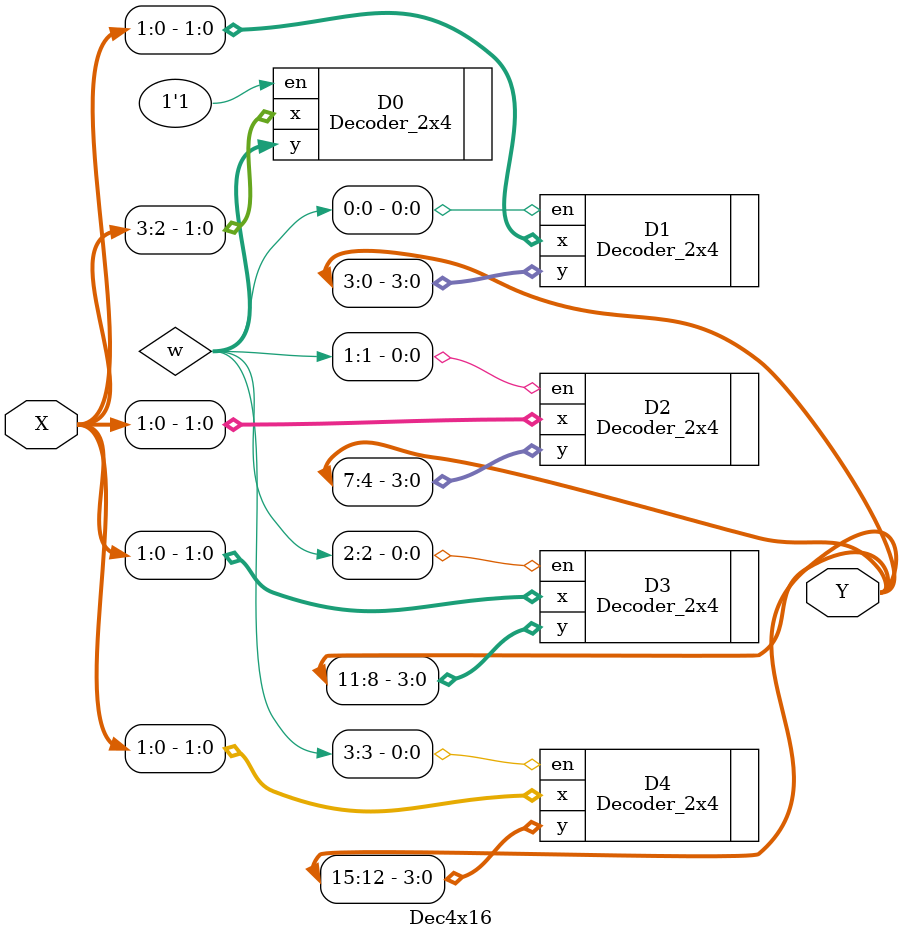
<source format=v>
`timescale 1ns / 1ps


module Dec4x16(output [15:0] Y, input [3:0]X);
    wire [3:0] w;

    // Logic
    Decoder_2x4 D0(.y(w[3:0]), .en(1'b1), .x({X[3:2]})); 
    Decoder_2x4 D1(.y(Y[3:0]), .en(w[0]), .x({X[1:0]}));
    Decoder_2x4 D2(.y(Y[7:4]), .en(w[1]), .x(X[1:0]));
    Decoder_2x4 D3(.y(Y[11:8]), .en(w[2]), .x(X[1:0]));
    Decoder_2x4 D4(.y(Y[15:12]), .en(w[3]), .x(X[1:0]));

endmodule


</source>
